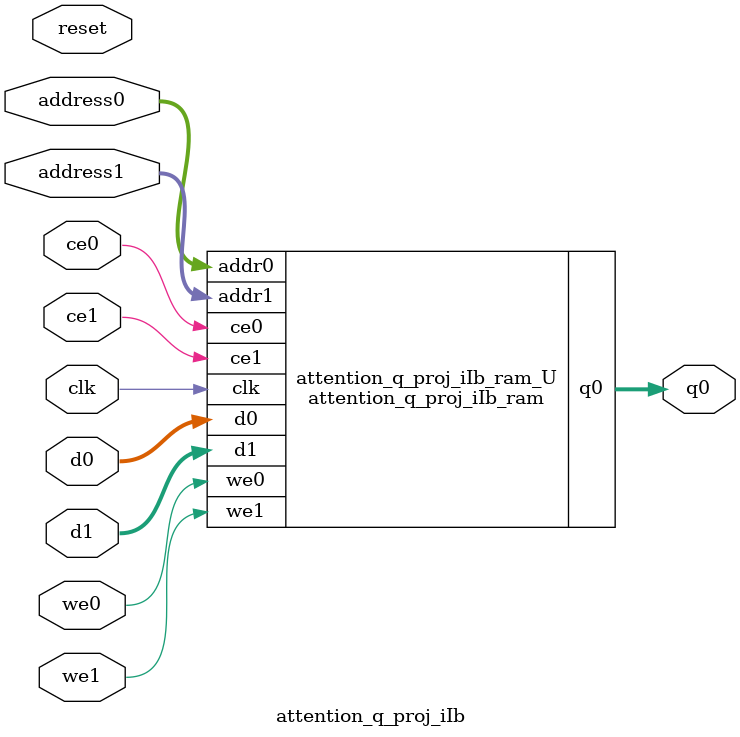
<source format=v>
`timescale 1 ns / 1 ps
module attention_q_proj_iIb_ram (addr0, ce0, d0, we0, q0, addr1, ce1, d1, we1,  clk);

parameter DWIDTH = 40;
parameter AWIDTH = 11;
parameter MEM_SIZE = 1536;

input[AWIDTH-1:0] addr0;
input ce0;
input[DWIDTH-1:0] d0;
input we0;
output reg[DWIDTH-1:0] q0;
input[AWIDTH-1:0] addr1;
input ce1;
input[DWIDTH-1:0] d1;
input we1;
input clk;

(* ram_style = "block" *)reg [DWIDTH-1:0] ram[0:MEM_SIZE-1];




always @(posedge clk)  
begin 
    if (ce0) begin
        if (we0) 
            ram[addr0] <= d0; 
        q0 <= ram[addr0];
    end
end


always @(posedge clk)  
begin 
    if (ce1) begin
        if (we1) 
            ram[addr1] <= d1; 
    end
end


endmodule

`timescale 1 ns / 1 ps
module attention_q_proj_iIb(
    reset,
    clk,
    address0,
    ce0,
    we0,
    d0,
    q0,
    address1,
    ce1,
    we1,
    d1);

parameter DataWidth = 32'd40;
parameter AddressRange = 32'd1536;
parameter AddressWidth = 32'd11;
input reset;
input clk;
input[AddressWidth - 1:0] address0;
input ce0;
input we0;
input[DataWidth - 1:0] d0;
output[DataWidth - 1:0] q0;
input[AddressWidth - 1:0] address1;
input ce1;
input we1;
input[DataWidth - 1:0] d1;



attention_q_proj_iIb_ram attention_q_proj_iIb_ram_U(
    .clk( clk ),
    .addr0( address0 ),
    .ce0( ce0 ),
    .we0( we0 ),
    .d0( d0 ),
    .q0( q0 ),
    .addr1( address1 ),
    .ce1( ce1 ),
    .we1( we1 ),
    .d1( d1 ));

endmodule


</source>
